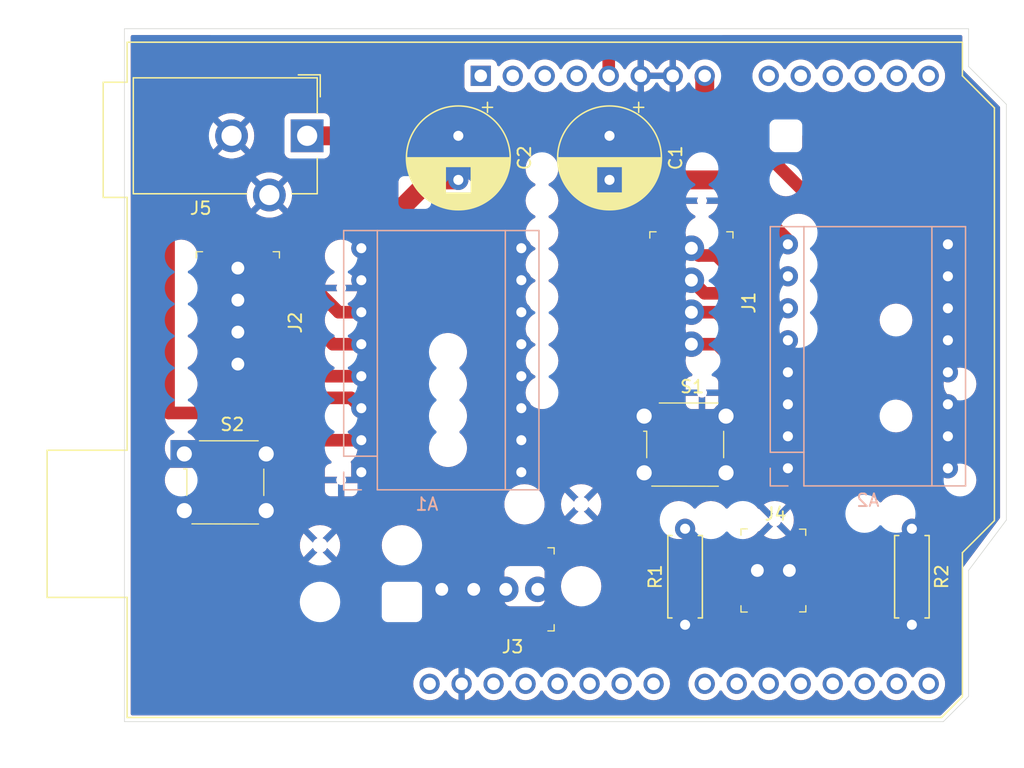
<source format=kicad_pcb>
(kicad_pcb (version 20240108) (generator "pcbnew") (generator_version "8.0")
  (title_block (title "FARESHARE") (date "2024-05-07") (rev "V 1.0") (company "Sussex University") (comment 1 "creativecommons.org/licenses/by/4.0/") (comment 2 "License: CC BY 4.0") (comment 3 "Author: Solomon Gitau"))
  (layers (0 "F.Cu" signal) (31 "B.Cu" signal) (34 "B.Paste" user) (35 "F.Paste" user) (36 "B.SilkS" user "B.Silkscreen") (37 "F.SilkS" user "F.Silkscreen") (38 "B.Mask" user) (39 "F.Mask" user) (44 "Edge.Cuts" user))
  (net 0 "")
  (net 1 "Net-(A1-~{RESET})")
  (net 2 "Net-(A1-2A)")
  (net 3 "GND")
  (net 4 "Net-(A1-2B)")
  (net 5 "+5V")
  (net 10 "D11")
  (net 11 "Net-(A1-1B)")
  (net 12 "Net-(A1-1A)")
  (net 13 "D10")
  (net 14 "Net-(A1-VMOT)")
  (net 15 "Net-(A2-1B)")
  (net 17 "Net-(A2-~{RESET})")
  (net 18 "Net-(A2-2A)")
  (net 19 "D9")
  (net 21 "Net-(A2-VMOT)")
  (net 22 "Net-(A2-1A)")
  (net 24 "Net-(A2-2B)")
  (net 26 "D8")
  (net 27 "+12V")
  (net 28 "D6")
  (net 29 "D7")
  (net 30 "D2")
  (net 31 "D4")
  (net 32 "D5")
  (net 33 "D3")
  (net 36 "D13")
  (net 39 "D12")
  (footprint "digikey-footprints:PinHeader_1x4_P2.54mm_Drill1.02mm" (layer "F.Cu") (at 126 65.42 -90)
    (property "Reference" "J1" (at 4.33 -4.56 90) (layer "F.SilkS"))
    (property "Value" "0022232041")
    (pad "1" thru_hole circle (at 0 0 270) (size 2.02 2.02) (drill 1.02) (layers "*.Cu" "*.Mask") (net 24 "Net-(A2-2B)"))
    (pad "2" thru_hole circle (at 2.54 0 270) (size 2.02 2.02) (drill 1.02) (layers "*.Cu" "*.Mask") (net 18 "Net-(A2-2A)"))
    (pad "3" thru_hole circle (at 5.08 0 270) (size 2.02 2.02) (drill 1.02) (layers "*.Cu" "*.Mask") (net 22 "Net-(A2-1A)"))
    (pad "4" thru_hole circle (at 7.62 0 270) (size 2.02 2.02) (drill 1.02) (layers "*.Cu" "*.Mask") (net 15 "Net-(A2-1B)"))
  )
  (footprint "Resistor_THT:R_Axial_DIN0207_L6.3mm_D2.5mm_P7.62mm_Horizontal" (layer "F.Cu") (at 125.5 95.31 90)
    (property "Reference" "R1" (at 3.81 -2.37 270) (layer "F.SilkS"))
    (property "Value" "R")
    (pad "1" thru_hole circle (at 0 0 90) (size 1.6 1.6) (drill 0.8) (layers "*.Cu" "*.Mask") (net 28 "D6"))
    (pad "2" thru_hole oval (at 7.62 0 90) (size 1.6 1.6) (drill 0.8) (layers "*.Cu" "*.Mask") (net 32 "D5"))
  )
  (footprint "digikey-footprints:PinHeader_1x4_P2.54mm_Drill1.02mm" (layer "F.Cu") (at 90 67 -90)
    (property "Reference" "J2" (at 4.33 -4.56 90) (layer "F.SilkS"))
    (property "Value" "0022232041")
    (pad "1" thru_hole circle (at 0 0 270) (size 2.02 2.02) (drill 1.02) (layers "*.Cu" "*.Mask") (net 4 "Net-(A1-2B)"))
    (pad "2" thru_hole circle (at 2.54 0 270) (size 2.02 2.02) (drill 1.02) (layers "*.Cu" "*.Mask") (net 2 "Net-(A1-2A)"))
    (pad "3" thru_hole circle (at 5.08 0 270) (size 2.02 2.02) (drill 1.02) (layers "*.Cu" "*.Mask") (net 12 "Net-(A1-1A)"))
    (pad "4" thru_hole circle (at 7.62 0 270) (size 2.02 2.02) (drill 1.02) (layers "*.Cu" "*.Mask") (net 11 "Net-(A1-1B)"))
  )
  (footprint "Resistor_THT:R_Axial_DIN0207_L6.3mm_D2.5mm_P7.62mm_Horizontal" (layer "F.Cu") (at 143.5 87.69 -90)
    (property "Reference" "R2" (at 3.81 -2.37 90) (layer "F.SilkS"))
    (property "Value" "R")
    (pad "1" thru_hole circle (at 0 0 270) (size 1.6 1.6) (drill 0.8) (layers "*.Cu" "*.Mask") (net 31 "D4"))
    (pad "2" thru_hole oval (at 7.62 0 270) (size 1.6 1.6) (drill 0.8) (layers "*.Cu" "*.Mask") (net 30 "D2"))
  )
  (footprint "digikey-footprints:Switch_Tactile_THT_6x6mm" (layer "F.Cu") (at 85.75 81.75)
    (property "Reference" "S2" (at 3.81 -2.3368 360) (layer "F.SilkS"))
    (property "Value" "1825910-6")
    (pad "1" thru_hole rect (at 0 0) (size 2.2 2.2) (drill 1.2) (layers "*.Cu" "*.Mask"))
    (pad "2" thru_hole circle (at 6.5 0) (size 2.2 2.2) (drill 1.2) (layers "*.Cu" "*.Mask"))
    (pad "3" thru_hole circle (at 0 4.5) (size 2.2 2.2) (drill 1.2) (layers "*.Cu" "*.Mask") (net 13 "D10"))
    (pad "4" thru_hole circle (at 6.5 4.5) (size 2.2 2.2) (drill 1.2) (layers "*.Cu" "*.Mask") (net 3 "GND"))
  )
  (footprint "digikey-footprints:PinHeader_1x4_P2.54mm_Drill1.02mm" (layer "F.Cu") (at 113.805 92.5 180)
    (property "Reference" "J3" (at 2 -4.56 180) (layer "F.SilkS"))
    (property "Value" "0022232041")
    (pad "1" thru_hole circle (at 0 0 180) (size 2.02 2.02) (drill 1.02) (layers "*.Cu" "*.Mask") (net 19 "D9"))
    (pad "2" thru_hole circle (at 2.54 0 180) (size 2.02 2.02) (drill 1.02) (layers "*.Cu" "*.Mask") (net 13 "D10"))
    (pad "3" thru_hole circle (at 5.08 0 180) (size 2.02 2.02) (drill 1.02) (layers "*.Cu" "*.Mask") (net 5 "+5V"))
    (pad "4" thru_hole circle (at 7.62 0 180) (size 2.02 2.02) (drill 1.02) (layers "*.Cu" "*.Mask") (net 3 "GND"))
  )
  (footprint "digikey-footprints:Switch_Tactile_THT_6x6mm" (layer "F.Cu") (at 122.25 78.75)
    (property "Reference" "S1" (at 3.81 -2.3368 360) (layer "F.SilkS"))
    (property "Value" "1825910-6")
    (pad "1" thru_hole rect (at 0 0) (size 2.2 2.2) (drill 1.2) (layers "*.Cu" "*.Mask"))
    (pad "2" thru_hole circle (at 6.5 0) (size 2.2 2.2) (drill 1.2) (layers "*.Cu" "*.Mask"))
    (pad "3" thru_hole circle (at 0 4.5) (size 2.2 2.2) (drill 1.2) (layers "*.Cu" "*.Mask") (net 33 "D3"))
    (pad "4" thru_hole circle (at 6.5 4.5) (size 2.2 2.2) (drill 1.2) (layers "*.Cu" "*.Mask") (net 3 "GND"))
  )
  (footprint "digikey-footprints:PinHeader_1x2_P2.54mm_Drill1.02mm" (layer "F.Cu") (at 131.235 91)
    (property "Reference" "J4" (at 1.45 -4.48 0) (layer "F.SilkS"))
    (property "Value" "22-23-2021")
    (pad "1" thru_hole circle (at 0 0) (size 2.02 2.02) (drill 1.02) (layers "*.Cu" "*.Mask") (net 32 "D5"))
    (pad "2" thru_hole circle (at 2.54 0) (size 2.02 2.02) (drill 1.02) (layers "*.Cu" "*.Mask") (net 31 "D4"))
  )
  (footprint "Connector_BarrelJack:BarrelJack_CUI_PJ-102AH_Horizontal" (layer "F.Cu") (at 95.5 56.5 -90)
    (property "Reference" "J5" (at 5.75 8.45 0) (layer "F.SilkS"))
    (property "Value" "Barrel_Jack_Switch_Pin3Ring")
    (pad "1" thru_hole rect (at 0 0 270) (size 2.6 2.6) (drill 1.6) (layers "*.Cu" "*.Mask") (net 27 "+12V"))
    (pad "2" thru_hole circle (at 0 6 270) (size 2.6 2.6) (drill 1.6) (layers "*.Cu" "*.Mask") (net 3 "GND"))
    (pad "3" thru_hole circle (at 4.7 3 270) (size 2.6 2.6) (drill 1.6) (layers "*.Cu" "*.Mask") (net 3 "GND"))
  )
  (footprint "Capacitor_THT:CP_Radial_D8.0mm_P3.50mm" (layer "F.Cu") (at 107.5 56.5 -90)
    (property "Reference" "C2" (at 1.75 -5.25 90) (layer "F.SilkS"))
    (property "Value" "C_Polarized")
    (pad "1" thru_hole rect (at 0 0 270) (size 1.6 1.6) (drill 0.8) (layers "*.Cu" "*.Mask") (net 27 "+12V"))
    (pad "2" thru_hole circle (at 3.5 0 270) (size 1.6 1.6) (drill 0.8) (layers "*.Cu" "*.Mask") (net 14 "Net-(A1-VMOT)"))
  )
  (footprint "Module:Arduino_UNO_R2" (layer "F.Cu") (at 109.28 51.74)
    (property "Reference" "A3" (hide yes))
    (property "Value" "Arduino_UNO_R2")
    (pad "1" thru_hole rect (at 0 0 90) (size 1.6 1.6) (drill 1) (layers "*.Cu" "*.Mask"))
    (pad "2" thru_hole oval (at 2.54 0 90) (size 1.6 1.6) (drill 1) (layers "*.Cu" "*.Mask"))
    (pad "3" thru_hole oval (at 5.08 0 90) (size 1.6 1.6) (drill 1) (layers "*.Cu" "*.Mask"))
    (pad "4" thru_hole oval (at 7.62 0 90) (size 1.6 1.6) (drill 1) (layers "*.Cu" "*.Mask"))
    (pad "5" thru_hole oval (at 10.16 0 90) (size 1.6 1.6) (drill 1) (layers "*.Cu" "*.Mask") (net 5 "+5V"))
    (pad "6" thru_hole oval (at 12.7 0 90) (size 1.6 1.6) (drill 1) (layers "*.Cu" "*.Mask") (net 3 "GND"))
    (pad "7" thru_hole oval (at 15.24 0 90) (size 1.6 1.6) (drill 1) (layers "*.Cu" "*.Mask") (net 3 "GND"))
    (pad "8" thru_hole oval (at 17.78 0 90) (size 1.6 1.6) (drill 1) (layers "*.Cu" "*.Mask") (net 27 "+12V"))
    (pad "9" thru_hole oval (at 22.86 0 90) (size 1.6 1.6) (drill 1) (layers "*.Cu" "*.Mask"))
    (pad "10" thru_hole oval (at 25.4 0 90) (size 1.6 1.6) (drill 1) (layers "*.Cu" "*.Mask"))
    (pad "11" thru_hole oval (at 27.94 0 90) (size 1.6 1.6) (drill 1) (layers "*.Cu" "*.Mask"))
    (pad "12" thru_hole oval (at 30.48 0 90) (size 1.6 1.6) (drill 1) (layers "*.Cu" "*.Mask"))
    (pad "13" thru_hole oval (at 33.02 0 90) (size 1.6 1.6) (drill 1) (layers "*.Cu" "*.Mask"))
    (pad "14" thru_hole oval (at 35.56 0 90) (size 1.6 1.6) (drill 1) (layers "*.Cu" "*.Mask"))
    (pad "15" thru_hole oval (at 35.56 48.26 90) (size 1.6 1.6) (drill 1) (layers "*.Cu" "*.Mask"))
    (pad "16" thru_hole oval (at 33.02 48.26 90) (size 1.6 1.6) (drill 1) (layers "*.Cu" "*.Mask"))
    (pad "17" thru_hole oval (at 30.48 48.26 90) (size 1.6 1.6) (drill 1) (layers "*.Cu" "*.Mask") (net 30 "D2"))
    (pad "18" thru_hole oval (at 27.94 48.26 90) (size 1.6 1.6) (drill 1) (layers "*.Cu" "*.Mask") (net 33 "D3"))
    (pad "19" thru_hole oval (at 25.4 48.26 90) (size 1.6 1.6) (drill 1) (layers "*.Cu" "*.Mask") (net 31 "D4"))
    (pad "20" thru_hole oval (at 22.86 48.26 90) (size 1.6 1.6) (drill 1) (layers "*.Cu" "*.Mask") (net 32 "D5"))
    (pad "21" thru_hole oval (at 20.32 48.26 90) (size 1.6 1.6) (drill 1) (layers "*.Cu" "*.Mask") (net 28 "D6"))
    (pad "22" thru_hole oval (at 17.78 48.26 90) (size 1.6 1.6) (drill 1) (layers "*.Cu" "*.Mask") (net 29 "D7"))
    (pad "23" thru_hole oval (at 13.72 48.26 90) (size 1.6 1.6) (drill 1) (layers "*.Cu" "*.Mask") (net 26 "D8"))
    (pad "24" thru_hole oval (at 11.18 48.26 90) (size 1.6 1.6) (drill 1) (layers "*.Cu" "*.Mask") (net 19 "D9"))
    (pad "25" thru_hole oval (at 8.64 48.26 90) (size 1.6 1.6) (drill 1) (layers "*.Cu" "*.Mask") (net 13 "D10"))
    (pad "26" thru_hole oval (at 6.1 48.26 90) (size 1.6 1.6) (drill 1) (layers "*.Cu" "*.Mask") (net 10 "D11"))
    (pad "27" thru_hole oval (at 3.56 48.26 90) (size 1.6 1.6) (drill 1) (layers "*.Cu" "*.Mask") (net 39 "D12"))
    (pad "28" thru_hole oval (at 1.02 48.26 90) (size 1.6 1.6) (drill 1) (layers "*.Cu" "*.Mask") (net 36 "D13"))
    (pad "29" thru_hole oval (at -1.52 48.26 90) (size 1.6 1.6) (drill 1) (layers "*.Cu" "*.Mask") (net 3 "GND"))
    (pad "30" thru_hole oval (at -4.06 48.26 90) (size 1.6 1.6) (drill 1) (layers "*.Cu" "*.Mask"))
  )
  (footprint "Capacitor_THT:CP_Radial_D8.0mm_P3.50mm" (layer "F.Cu") (at 119.5 56.5 -90)
    (property "Reference" "C1" (at 1.75 -5.25 -90) (layer "F.SilkS"))
    (property "Value" "C_Polarized")
    (pad "1" thru_hole rect (at 0 0 270) (size 1.6 1.6) (drill 0.8) (layers "*.Cu" "*.Mask") (net 27 "+12V"))
    (pad "2" thru_hole circle (at 3.5 0 270) (size 1.6 1.6) (drill 0.8) (layers "*.Cu" "*.Mask") (net 21 "Net-(A2-VMOT)"))
  )
  (footprint "Module:Pololu_Breakout-16_15.2x20.3mm" (layer "B.Cu") (at 99.8 83.2)
    (property "Reference" "A1" (at 5.2 2.54 360) (layer "B.SilkS") (effects (justify mirror)))
    (property "Value" "Pololu_Breakout_A4988")
    (pad "1" thru_hole rect (at 0 0) (size 1.6 1.6) (drill 0.8) (layers "*.Cu" "*.Mask") (net 3 "GND"))
    (pad "2" thru_hole oval (at 0 -2.54) (size 1.6 1.6) (drill 0.8) (layers "*.Cu" "*.Mask") (net 5 "+5V"))
    (pad "3" thru_hole oval (at 0 -5.08) (size 1.6 1.6) (drill 0.8) (layers "*.Cu" "*.Mask") (net 11 "Net-(A1-1B)"))
    (pad "4" thru_hole oval (at 0 -7.62) (size 1.6 1.6) (drill 0.8) (layers "*.Cu" "*.Mask") (net 12 "Net-(A1-1A)"))
    (pad "5" thru_hole oval (at 0 -10.16) (size 1.6 1.6) (drill 0.8) (layers "*.Cu" "*.Mask") (net 2 "Net-(A1-2A)"))
    (pad "6" thru_hole oval (at 0 -12.7) (size 1.6 1.6) (drill 0.8) (layers "*.Cu" "*.Mask") (net 4 "Net-(A1-2B)"))
    (pad "7" thru_hole oval (at 0 -15.24) (size 1.6 1.6) (drill 0.8) (layers "*.Cu" "*.Mask") (net 3 "GND"))
    (pad "8" thru_hole oval (at 0 -17.78) (size 1.6 1.6) (drill 0.8) (layers "*.Cu" "*.Mask") (net 14 "Net-(A1-VMOT)"))
    (pad "9" thru_hole oval (at 12.7 -17.78) (size 1.6 1.6) (drill 0.8) (layers "*.Cu" "*.Mask"))
    (pad "10" thru_hole oval (at 12.7 -15.24) (size 1.6 1.6) (drill 0.8) (layers "*.Cu" "*.Mask"))
    (pad "11" thru_hole oval (at 12.7 -12.7) (size 1.6 1.6) (drill 0.8) (layers "*.Cu" "*.Mask"))
    (pad "12" thru_hole oval (at 12.7 -10.16) (size 1.6 1.6) (drill 0.8) (layers "*.Cu" "*.Mask"))
    (pad "13" thru_hole oval (at 12.7 -7.62) (size 1.6 1.6) (drill 0.8) (layers "*.Cu" "*.Mask") (net 1 "Net-(A1-~{RESET})"))
    (pad "14" thru_hole oval (at 12.7 -5.08) (size 1.6 1.6) (drill 0.8) (layers "*.Cu" "*.Mask") (net 1 "Net-(A1-~{RESET})"))
    (pad "15" thru_hole oval (at 12.7 -2.54) (size 1.6 1.6) (drill 0.8) (layers "*.Cu" "*.Mask") (net 10 "D11"))
    (pad "16" thru_hole oval (at 12.7 0) (size 1.6 1.6) (drill 0.8) (layers "*.Cu" "*.Mask") (net 39 "D12"))
  )
  (footprint "Module:Pololu_Breakout-16_15.2x20.3mm" (layer "B.Cu") (at 133.66 82.89)
    (property "Reference" "A2" (at 6.35 2.54 360) (layer "B.SilkS") (effects (justify mirror)))
    (property "Value" "Pololu_Breakout_A4988")
    (pad "1" thru_hole rect (at 0 0) (size 1.6 1.6) (drill 0.8) (layers "*.Cu" "*.Mask") (net 3 "GND"))
    (pad "2" thru_hole oval (at 0 -2.54) (size 1.6 1.6) (drill 0.8) (layers "*.Cu" "*.Mask") (net 5 "+5V"))
    (pad "3" thru_hole oval (at 0 -5.08) (size 1.6 1.6) (drill 0.8) (layers "*.Cu" "*.Mask") (net 15 "Net-(A2-1B)"))
    (pad "4" thru_hole oval (at 0 -7.62) (size 1.6 1.6) (drill 0.8) (layers "*.Cu" "*.Mask") (net 22 "Net-(A2-1A)"))
    (pad "5" thru_hole oval (at 0 -10.16) (size 1.6 1.6) (drill 0.8) (layers "*.Cu" "*.Mask") (net 18 "Net-(A2-2A)"))
    (pad "6" thru_hole oval (at 0 -12.7) (size 1.6 1.6) (drill 0.8) (layers "*.Cu" "*.Mask") (net 24 "Net-(A2-2B)"))
    (pad "7" thru_hole oval (at 0 -15.24) (size 1.6 1.6) (drill 0.8) (layers "*.Cu" "*.Mask") (net 3 "GND"))
    (pad "8" thru_hole oval (at 0 -17.78) (size 1.6 1.6) (drill 0.8) (layers "*.Cu" "*.Mask") (net 21 "Net-(A2-VMOT)"))
    (pad "9" thru_hole oval (at 12.7 -17.78) (size 1.6 1.6) (drill 0.8) (layers "*.Cu" "*.Mask"))
    (pad "10" thru_hole oval (at 12.7 -15.24) (size 1.6 1.6) (drill 0.8) (layers "*.Cu" "*.Mask"))
    (pad "11" thru_hole oval (at 12.7 -12.7) (size 1.6 1.6) (drill 0.8) (layers "*.Cu" "*.Mask"))
    (pad "12" thru_hole oval (at 12.7 -10.16) (size 1.6 1.6) (drill 0.8) (layers "*.Cu" "*.Mask"))
    (pad "13" thru_hole oval (at 12.7 -7.62) (size 1.6 1.6) (drill 0.8) (layers "*.Cu" "*.Mask") (net 17 "Net-(A2-~{RESET})"))
    (pad "14" thru_hole oval (at 12.7 -5.08) (size 1.6 1.6) (drill 0.8) (layers "*.Cu" "*.Mask") (net 17 "Net-(A2-~{RESET})"))
    (pad "15" thru_hole oval (at 12.7 -2.54) (size 1.6 1.6) (drill 0.8) (layers "*.Cu" "*.Mask") (net 29 "D7"))
    (pad "16" thru_hole oval (at 12.7 0) (size 1.6 1.6) (drill 0.8) (layers "*.Cu" "*.Mask") (net 26 "D8"))
  )
  (gr_line (start 151 87) (end 148 91) (stroke (width 0.05)) (layer "Edge.Cuts"))
  (gr_line (start 148 51) (end 151 54) (stroke (width 0.05)) (layer "Edge.Cuts"))
  (gr_line (start 151 54) (end 151 87) (stroke (width 0.05)) (layer "Edge.Cuts"))
  (gr_line (start 81 48) (end 81 103) (stroke (width 0.05)) (layer "Edge.Cuts"))
  (gr_line (start 148 101) (end 146 103) (stroke (width 0.05)) (layer "Edge.Cuts"))
  (gr_line (start 146 103) (end 81 103) (stroke (width 0.05)) (layer "Edge.Cuts"))
  (gr_line (start 148 51) (end 148 48) (stroke (width 0.05)) (layer "Edge.Cuts"))
  (gr_line (start 148 91) (end 148 101) (stroke (width 0.05)) (layer "Edge.Cuts"))
  (gr_line (start 148 48) (end 81 48) (stroke (width 0.05)) (layer "Edge.Cuts"))
  (segment (start 94.04 69.54) (end 90 69.54) (width 1) (layer "F.Cu") (net 2))
  (segment (start 99.8 73.04) (end 97.54 73.04) (width 1) (layer "F.Cu") (net 2))
  (segment (start 97.54 73.04) (end 94.04 69.54) (width 1) (layer "F.Cu") (net 2))
  (segment (start 98 70.5) (end 94.5 67) (width 1) (layer "F.Cu") (net 4))
  (segment (start 94.5 67) (end 90 67) (width 1) (layer "F.Cu") (net 4))
  (segment (start 99.8 70.5) (end 98 70.5) (width 1) (layer "F.Cu") (net 4))
  (segment (start 119.44 51.74) (end 119.44 50.06) (width 1) (layer "F.Cu") (net 5))
  (segment (start 96.66 80.66) (end 94.5 78.5) (width 1) (layer "F.Cu") (net 5))
  (segment (start 135.15 80.35) (end 133.66 80.35) (width 1) (layer "F.Cu") (net 5))
  (segment (start 130 56) (end 138 64) (width 1) (layer "F.Cu") (net 5))
  (segment (start 133.66 80.35) (end 133.01 81) (width 1) (layer "F.Cu") (net 5))
  (segment (start 99.8 80.66) (end 96.66 80.66) (width 1) (layer "F.Cu") (net 5))
  (segment (start 119.44 50.06) (end 120 49.5) (width 1) (layer "F.Cu") (net 5))
  (segment (start 84.5 78.5) (end 84.5 55) (width 1) (layer "F.Cu") (net 5))
  (segment (start 138 64) (end 138 77.5) (width 1) (layer "F.Cu") (net 5))
  (segment (start 90 49.5) (end 120 49.5) (width 1) (layer "F.Cu") (net 5))
  (segment (start 130 51.5) (end 130 56) (width 1) (layer "F.Cu") (net 5))
  (segment (start 128 49.5) (end 130 51.5) (width 1) (layer "F.Cu") (net 5))
  (segment (start 94.5 78.5) (end 84.5 78.5) (width 1) (layer "F.Cu") (net 5))
  (segment (start 138 77.5) (end 135.15 80.35) (width 1) (layer "F.Cu") (net 5))
  (segment (start 120 49.5) (end 128 49.5) (width 1) (layer "F.Cu") (net 5))
  (segment (start 84.5 55) (end 90 49.5) (width 1) (layer "F.Cu") (net 5))
  (segment (start 99.8 78.12) (end 98.98 77.3) (width 1) (layer "F.Cu") (net 11))
  (segment (start 93.12 74.62) (end 90 74.62) (width 1) (layer "F.Cu") (net 11))
  (segment (start 95.8 77.3) (end 93.12 74.62) (width 1) (layer "F.Cu") (net 11))
  (segment (start 98.98 77.3) (end 95.8 77.3) (width 1) (layer "F.Cu") (net 11))
  (segment (start 93.5 72) (end 93.42 72.08) (width 1) (layer "F.Cu") (net 12))
  (segment (start 99.8 75.58) (end 97.08 75.58) (width 1) (layer "F.Cu") (net 12))
  (segment (start 97.08 75.58) (end 93.5 72) (width 1) (layer "F.Cu") (net 12))
  (segment (start 93.42 72.08) (end 90 72.08) (width 1) (layer "F.Cu") (net 12))
  (segment (start 107.5 60) (end 105.22 60) (width 1.5) (layer "F.Cu") (net 14))
  (segment (start 105.22 60) (end 99.8 65.42) (width 1.5) (layer "F.Cu") (net 14))
  (segment (start 128.04 73.04) (end 126 73.04) (width 1) (layer "F.Cu") (net 15))
  (segment (start 133.66 77.81) (end 132.81 77.81) (width 1) (layer "F.Cu") (net 15))
  (segment (start 132.81 77.81) (end 128.04 73.04) (width 1) (layer "F.Cu") (net 15))
  (segment (start 133.66 72.73) (end 132.23 72.73) (width 1) (layer "F.Cu") (net 18))
  (segment (start 127.04 69) (end 126 67.96) (width 1) (layer "F.Cu") (net 18))
  (segment (start 132.23 72.73) (end 128.5 69) (width 1) (layer "F.Cu") (net 18))
  (segment (start 128.5 69) (end 127.04 69) (width 1) (layer "F.Cu") (net 18))
  (segment (start 119.5 60) (end 128.55 60) (width 1.5) (layer "F.Cu") (net 21))
  (segment (start 128.55 60) (end 133.66 65.11) (width 1.5) (layer "F.Cu") (net 21))
  (segment (start 132.77 75.27) (end 128 70.5) (width 1) (layer "F.Cu") (net 22))
  (segment (start 128 70.5) (end 126 70.5) (width 1) (layer "F.Cu") (net 22))
  (segment (start 133.66 75.27) (end 132.77 75.27) (width 1) (layer "F.Cu") (net 22))
  (segment (start 133.66 70.19) (end 132.19 70.19) (width 1) (layer "F.Cu") (net 24))
  (segment (start 132.19 70.19) (end 128 66) (width 1) (layer "F.Cu") (net 24))
  (segment (start 128 66) (end 126.58 66) (width 1) (layer "F.Cu") (net 24))
  (segment (start 126.58 66) (end 126 65.42) (width 1) (layer "F.Cu") (net 24))
  (segment (start 125.5 56.5) (end 127.06 54.94) (width 1.5) (layer "F.Cu") (net 27))
  (segment (start 127 51.8) (end 127.06 51.74) (width 1.5) (layer "F.Cu") (net 27))
  (segment (start 107.5 56.5) (end 119.5 56.5) (width 1.5) (layer "F.Cu") (net 27))
  (segment (start 95.5 56.5) (end 107.5 56.5) (width 1.5) (layer "F.Cu") (net 27))
  (segment (start 127.06 54.94) (end 127.06 51.74) (width 1.5) (layer "F.Cu") (net 27))
  (segment (start 119.5 56.5) (end 125.5 56.5) (width 1.5) (layer "F.Cu") (net 27))
  (zone (net 3) (net_name "GND") (layer "F.Cu") (connect_pads (clearance 0.5)) (min_thickness 0.25) (fill yes (thermal_gap 0.5) (thermal_bridge_width 0.5))
    (polygon (pts (xy 71.12 45.72) (xy 152.4 45.72) (xy 152.4 106.68) (xy 71.12 106.68)))
  )
  (zone (net 3) (net_name "GND") (layer "B.Cu") (priority 1) (connect_pads (clearance 0.5)) (min_thickness 0.25) (fill yes (thermal_gap 0.5) (thermal_bridge_width 0.5))
    (polygon (pts (xy 71.12 45.72) (xy 152.4 45.72) (xy 152.4 106.68) (xy 71.12 106.68)))
  )
)
</source>
